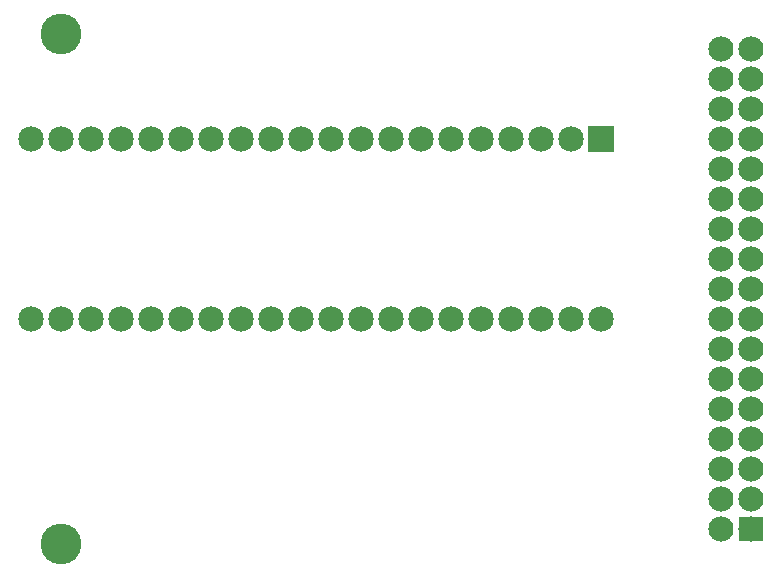
<source format=gts>
G04 MADE WITH FRITZING*
G04 WWW.FRITZING.ORG*
G04 DOUBLE SIDED*
G04 HOLES PLATED*
G04 CONTOUR ON CENTER OF CONTOUR VECTOR*
%ASAXBY*%
%FSLAX23Y23*%
%MOIN*%
%OFA0B0*%
%SFA1.0B1.0*%
%ADD10C,0.084000*%
%ADD11C,0.135984*%
%ADD12C,0.085000*%
%ADD13R,0.084000X0.084000*%
%ADD14R,0.085000X0.085000*%
%LNMASK1*%
G90*
G70*
G54D10*
X2398Y252D03*
X2398Y352D03*
X2398Y452D03*
X2398Y552D03*
X2398Y652D03*
X2398Y752D03*
X2398Y852D03*
X2398Y952D03*
X2398Y1052D03*
X2398Y1152D03*
X2398Y1252D03*
X2398Y1352D03*
X2398Y1452D03*
X2398Y1552D03*
X2398Y1652D03*
X2398Y1752D03*
X2398Y1852D03*
X2498Y252D03*
X2498Y352D03*
X2498Y452D03*
X2498Y552D03*
X2498Y652D03*
X2498Y752D03*
X2498Y852D03*
X2498Y952D03*
X2498Y1052D03*
X2498Y1152D03*
X2498Y1252D03*
X2498Y1352D03*
X2498Y1452D03*
X2498Y1552D03*
X2498Y1652D03*
X2498Y1752D03*
X2498Y1852D03*
G54D11*
X198Y1902D03*
X198Y202D03*
G54D12*
X1998Y1552D03*
X1998Y952D03*
X1898Y1552D03*
X1898Y952D03*
X1798Y1552D03*
X1798Y952D03*
X1698Y1552D03*
X1698Y952D03*
X1598Y1552D03*
X1598Y952D03*
X1498Y1552D03*
X1498Y952D03*
X1398Y1552D03*
X1398Y952D03*
X1298Y1552D03*
X1298Y952D03*
X1198Y1552D03*
X1198Y952D03*
X1098Y1552D03*
X1098Y952D03*
X998Y1552D03*
X998Y952D03*
X898Y1552D03*
X898Y952D03*
X798Y1552D03*
X798Y952D03*
X698Y1552D03*
X698Y952D03*
X598Y1552D03*
X598Y952D03*
X498Y1552D03*
X498Y952D03*
X398Y1552D03*
X398Y952D03*
X298Y1552D03*
X298Y952D03*
X198Y1552D03*
X198Y952D03*
X98Y1552D03*
X98Y952D03*
G54D13*
X2498Y252D03*
G54D14*
X1998Y1552D03*
G04 End of Mask1*
M02*
</source>
